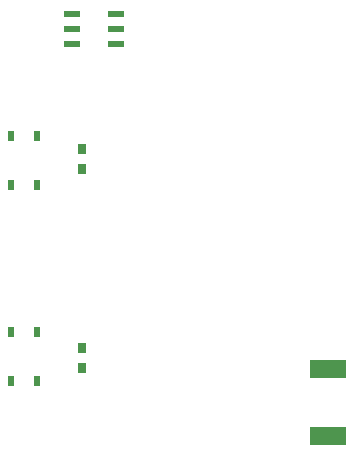
<source format=gbr>
G04 DipTrace 3.2.0.1*
G04 Âåðõíÿÿï.ìàñêà.gbr*
%MOMM*%
G04 #@! TF.FileFunction,Paste,Top*
G04 #@! TF.Part,Single*
%AMOUTLINE2*
4,1,4,
1.50175,-0.79672,
-1.49825,-0.80328,
-1.50175,0.79672,
1.49825,0.80328,
1.50175,-0.79672,
0*%
%AMOUTLINE5*
4,1,4,
-0.64971,0.27569,
-0.65032,-0.27431,
0.64971,-0.27569,
0.65032,0.27431,
-0.64971,0.27569,
0*%
%ADD45R,0.5X0.9*%
%ADD49R,0.8X0.9*%
%ADD60OUTLINE2*%
%ADD63OUTLINE5*%
%FSLAX35Y35*%
G04*
G71*
G90*
G75*
G01*
G04 TopPaste*
%LPD*%
D60*
X1146120Y-1499957D3*
X1144900Y-939957D3*
D63*
X-648687Y2072557D3*
X-648827Y1945553D3*
X-648963Y1818553D3*
X-1025690Y2072963D3*
X-1025827Y1945967D3*
X-1025963Y1818963D3*
D49*
X-940000Y755000D3*
Y925000D3*
Y-925000D3*
Y-755000D3*
D45*
X-1322500Y1037500D3*
X-1537500D3*
X-1322500Y622500D3*
X-1537500D3*
X-1322500Y-622500D3*
X-1537500D3*
X-1322500Y-1037500D3*
X-1537500D3*
M02*

</source>
